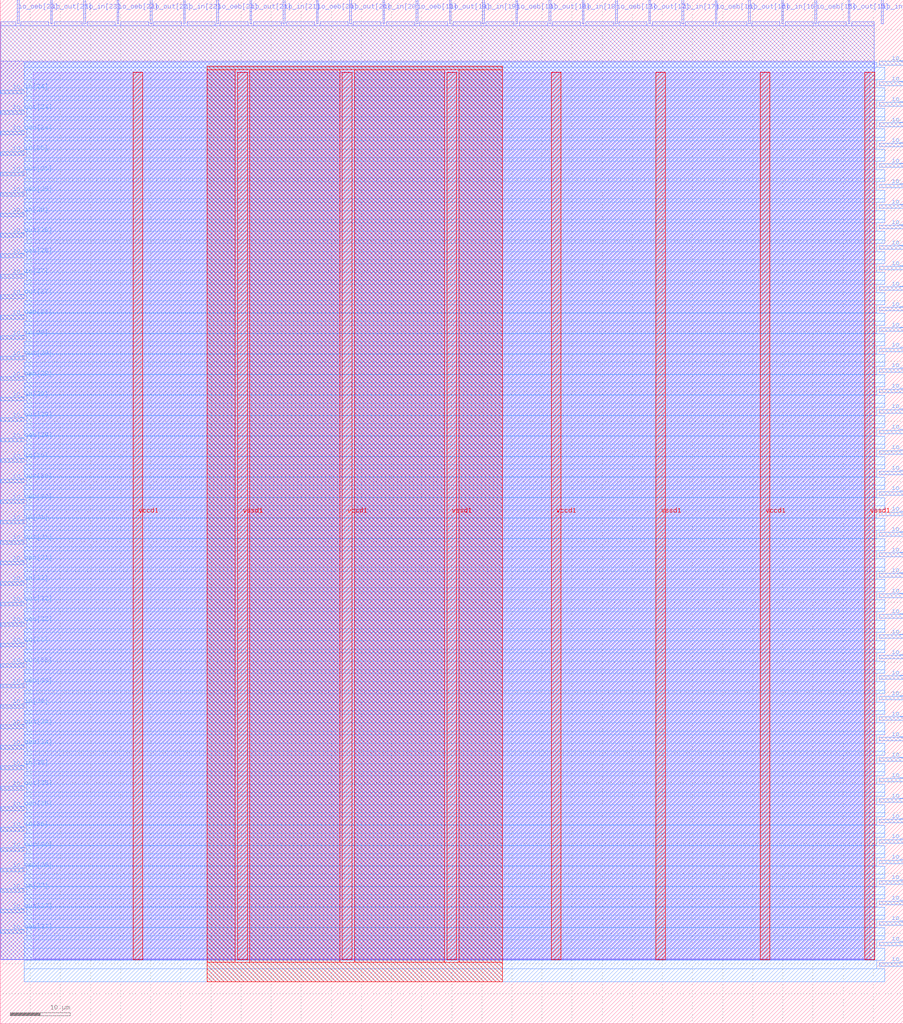
<source format=lef>
VERSION 5.7 ;
  NOWIREEXTENSIONATPIN ON ;
  DIVIDERCHAR "/" ;
  BUSBITCHARS "[]" ;
MACRO tiny_user_project
  CLASS BLOCK ;
  FOREIGN tiny_user_project ;
  ORIGIN 0.000 0.000 ;
  SIZE 150.000 BY 170.000 ;
  PIN io_in[0]
    DIRECTION INPUT ;
    USE SIGNAL ;
    PORT
      LAYER met3 ;
        RECT 146.000 9.560 150.000 10.160 ;
    END
  END io_in[0]
  PIN io_in[10]
    DIRECTION INPUT ;
    USE SIGNAL ;
    PORT
      LAYER met3 ;
        RECT 146.000 111.560 150.000 112.160 ;
    END
  END io_in[10]
  PIN io_in[11]
    DIRECTION INPUT ;
    USE SIGNAL ;
    PORT
      LAYER met3 ;
        RECT 146.000 121.760 150.000 122.360 ;
    END
  END io_in[11]
  PIN io_in[12]
    DIRECTION INPUT ;
    USE SIGNAL ;
    PORT
      LAYER met3 ;
        RECT 146.000 131.960 150.000 132.560 ;
    END
  END io_in[12]
  PIN io_in[13]
    DIRECTION INPUT ;
    USE SIGNAL ;
    PORT
      LAYER met3 ;
        RECT 146.000 142.160 150.000 142.760 ;
    END
  END io_in[13]
  PIN io_in[14]
    DIRECTION INPUT ;
    USE SIGNAL ;
    PORT
      LAYER met3 ;
        RECT 146.000 152.360 150.000 152.960 ;
    END
  END io_in[14]
  PIN io_in[15]
    DIRECTION INPUT ;
    USE SIGNAL ;
    PORT
      LAYER met2 ;
        RECT 146.370 166.000 146.650 170.000 ;
    END
  END io_in[15]
  PIN io_in[16]
    DIRECTION INPUT ;
    USE SIGNAL ;
    PORT
      LAYER met2 ;
        RECT 129.810 166.000 130.090 170.000 ;
    END
  END io_in[16]
  PIN io_in[17]
    DIRECTION INPUT ;
    USE SIGNAL ;
    PORT
      LAYER met2 ;
        RECT 113.250 166.000 113.530 170.000 ;
    END
  END io_in[17]
  PIN io_in[18]
    DIRECTION INPUT ;
    USE SIGNAL ;
    PORT
      LAYER met2 ;
        RECT 96.690 166.000 96.970 170.000 ;
    END
  END io_in[18]
  PIN io_in[19]
    DIRECTION INPUT ;
    USE SIGNAL ;
    PORT
      LAYER met2 ;
        RECT 80.130 166.000 80.410 170.000 ;
    END
  END io_in[19]
  PIN io_in[1]
    DIRECTION INPUT ;
    USE SIGNAL ;
    PORT
      LAYER met3 ;
        RECT 146.000 19.760 150.000 20.360 ;
    END
  END io_in[1]
  PIN io_in[20]
    DIRECTION INPUT ;
    USE SIGNAL ;
    PORT
      LAYER met2 ;
        RECT 63.570 166.000 63.850 170.000 ;
    END
  END io_in[20]
  PIN io_in[21]
    DIRECTION INPUT ;
    USE SIGNAL ;
    PORT
      LAYER met2 ;
        RECT 47.010 166.000 47.290 170.000 ;
    END
  END io_in[21]
  PIN io_in[22]
    DIRECTION INPUT ;
    USE SIGNAL ;
    PORT
      LAYER met2 ;
        RECT 30.450 166.000 30.730 170.000 ;
    END
  END io_in[22]
  PIN io_in[23]
    DIRECTION INPUT ;
    USE SIGNAL ;
    PORT
      LAYER met2 ;
        RECT 13.890 166.000 14.170 170.000 ;
    END
  END io_in[23]
  PIN io_in[24]
    DIRECTION INPUT ;
    USE SIGNAL ;
    PORT
      LAYER met3 ;
        RECT 0.000 154.400 4.000 155.000 ;
    END
  END io_in[24]
  PIN io_in[25]
    DIRECTION INPUT ;
    USE SIGNAL ;
    PORT
      LAYER met3 ;
        RECT 0.000 144.200 4.000 144.800 ;
    END
  END io_in[25]
  PIN io_in[26]
    DIRECTION INPUT ;
    USE SIGNAL ;
    PORT
      LAYER met3 ;
        RECT 0.000 134.000 4.000 134.600 ;
    END
  END io_in[26]
  PIN io_in[27]
    DIRECTION INPUT ;
    USE SIGNAL ;
    PORT
      LAYER met3 ;
        RECT 0.000 123.800 4.000 124.400 ;
    END
  END io_in[27]
  PIN io_in[28]
    DIRECTION INPUT ;
    USE SIGNAL ;
    PORT
      LAYER met3 ;
        RECT 0.000 113.600 4.000 114.200 ;
    END
  END io_in[28]
  PIN io_in[29]
    DIRECTION INPUT ;
    USE SIGNAL ;
    PORT
      LAYER met3 ;
        RECT 0.000 103.400 4.000 104.000 ;
    END
  END io_in[29]
  PIN io_in[2]
    DIRECTION INPUT ;
    USE SIGNAL ;
    PORT
      LAYER met3 ;
        RECT 146.000 29.960 150.000 30.560 ;
    END
  END io_in[2]
  PIN io_in[30]
    DIRECTION INPUT ;
    USE SIGNAL ;
    PORT
      LAYER met3 ;
        RECT 0.000 93.200 4.000 93.800 ;
    END
  END io_in[30]
  PIN io_in[31]
    DIRECTION INPUT ;
    USE SIGNAL ;
    PORT
      LAYER met3 ;
        RECT 0.000 83.000 4.000 83.600 ;
    END
  END io_in[31]
  PIN io_in[32]
    DIRECTION INPUT ;
    USE SIGNAL ;
    PORT
      LAYER met3 ;
        RECT 0.000 72.800 4.000 73.400 ;
    END
  END io_in[32]
  PIN io_in[33]
    DIRECTION INPUT ;
    USE SIGNAL ;
    PORT
      LAYER met3 ;
        RECT 0.000 62.600 4.000 63.200 ;
    END
  END io_in[33]
  PIN io_in[34]
    DIRECTION INPUT ;
    USE SIGNAL ;
    PORT
      LAYER met3 ;
        RECT 0.000 52.400 4.000 53.000 ;
    END
  END io_in[34]
  PIN io_in[35]
    DIRECTION INPUT ;
    USE SIGNAL ;
    PORT
      LAYER met3 ;
        RECT 0.000 42.200 4.000 42.800 ;
    END
  END io_in[35]
  PIN io_in[36]
    DIRECTION INPUT ;
    USE SIGNAL ;
    PORT
      LAYER met3 ;
        RECT 0.000 32.000 4.000 32.600 ;
    END
  END io_in[36]
  PIN io_in[37]
    DIRECTION INPUT ;
    USE SIGNAL ;
    PORT
      LAYER met3 ;
        RECT 0.000 21.800 4.000 22.400 ;
    END
  END io_in[37]
  PIN io_in[3]
    DIRECTION INPUT ;
    USE SIGNAL ;
    PORT
      LAYER met3 ;
        RECT 146.000 40.160 150.000 40.760 ;
    END
  END io_in[3]
  PIN io_in[4]
    DIRECTION INPUT ;
    USE SIGNAL ;
    PORT
      LAYER met3 ;
        RECT 146.000 50.360 150.000 50.960 ;
    END
  END io_in[4]
  PIN io_in[5]
    DIRECTION INPUT ;
    USE SIGNAL ;
    PORT
      LAYER met3 ;
        RECT 146.000 60.560 150.000 61.160 ;
    END
  END io_in[5]
  PIN io_in[6]
    DIRECTION INPUT ;
    USE SIGNAL ;
    PORT
      LAYER met3 ;
        RECT 146.000 70.760 150.000 71.360 ;
    END
  END io_in[6]
  PIN io_in[7]
    DIRECTION INPUT ;
    USE SIGNAL ;
    PORT
      LAYER met3 ;
        RECT 146.000 80.960 150.000 81.560 ;
    END
  END io_in[7]
  PIN io_in[8]
    DIRECTION INPUT ;
    USE SIGNAL ;
    PORT
      LAYER met3 ;
        RECT 146.000 91.160 150.000 91.760 ;
    END
  END io_in[8]
  PIN io_in[9]
    DIRECTION INPUT ;
    USE SIGNAL ;
    PORT
      LAYER met3 ;
        RECT 146.000 101.360 150.000 101.960 ;
    END
  END io_in[9]
  PIN io_oeb[0]
    DIRECTION OUTPUT TRISTATE ;
    USE SIGNAL ;
    PORT
      LAYER met3 ;
        RECT 146.000 16.360 150.000 16.960 ;
    END
  END io_oeb[0]
  PIN io_oeb[10]
    DIRECTION OUTPUT TRISTATE ;
    USE SIGNAL ;
    PORT
      LAYER met3 ;
        RECT 146.000 118.360 150.000 118.960 ;
    END
  END io_oeb[10]
  PIN io_oeb[11]
    DIRECTION OUTPUT TRISTATE ;
    USE SIGNAL ;
    PORT
      LAYER met3 ;
        RECT 146.000 128.560 150.000 129.160 ;
    END
  END io_oeb[11]
  PIN io_oeb[12]
    DIRECTION OUTPUT TRISTATE ;
    USE SIGNAL ;
    PORT
      LAYER met3 ;
        RECT 146.000 138.760 150.000 139.360 ;
    END
  END io_oeb[12]
  PIN io_oeb[13]
    DIRECTION OUTPUT TRISTATE ;
    USE SIGNAL ;
    PORT
      LAYER met3 ;
        RECT 146.000 148.960 150.000 149.560 ;
    END
  END io_oeb[13]
  PIN io_oeb[14]
    DIRECTION OUTPUT TRISTATE ;
    USE SIGNAL ;
    PORT
      LAYER met3 ;
        RECT 146.000 159.160 150.000 159.760 ;
    END
  END io_oeb[14]
  PIN io_oeb[15]
    DIRECTION OUTPUT TRISTATE ;
    USE SIGNAL ;
    PORT
      LAYER met2 ;
        RECT 135.330 166.000 135.610 170.000 ;
    END
  END io_oeb[15]
  PIN io_oeb[16]
    DIRECTION OUTPUT TRISTATE ;
    USE SIGNAL ;
    PORT
      LAYER met2 ;
        RECT 118.770 166.000 119.050 170.000 ;
    END
  END io_oeb[16]
  PIN io_oeb[17]
    DIRECTION OUTPUT TRISTATE ;
    USE SIGNAL ;
    PORT
      LAYER met2 ;
        RECT 102.210 166.000 102.490 170.000 ;
    END
  END io_oeb[17]
  PIN io_oeb[18]
    DIRECTION OUTPUT TRISTATE ;
    USE SIGNAL ;
    PORT
      LAYER met2 ;
        RECT 85.650 166.000 85.930 170.000 ;
    END
  END io_oeb[18]
  PIN io_oeb[19]
    DIRECTION OUTPUT TRISTATE ;
    USE SIGNAL ;
    PORT
      LAYER met2 ;
        RECT 69.090 166.000 69.370 170.000 ;
    END
  END io_oeb[19]
  PIN io_oeb[1]
    DIRECTION OUTPUT TRISTATE ;
    USE SIGNAL ;
    PORT
      LAYER met3 ;
        RECT 146.000 26.560 150.000 27.160 ;
    END
  END io_oeb[1]
  PIN io_oeb[20]
    DIRECTION OUTPUT TRISTATE ;
    USE SIGNAL ;
    PORT
      LAYER met2 ;
        RECT 52.530 166.000 52.810 170.000 ;
    END
  END io_oeb[20]
  PIN io_oeb[21]
    DIRECTION OUTPUT TRISTATE ;
    USE SIGNAL ;
    PORT
      LAYER met2 ;
        RECT 35.970 166.000 36.250 170.000 ;
    END
  END io_oeb[21]
  PIN io_oeb[22]
    DIRECTION OUTPUT TRISTATE ;
    USE SIGNAL ;
    PORT
      LAYER met2 ;
        RECT 19.410 166.000 19.690 170.000 ;
    END
  END io_oeb[22]
  PIN io_oeb[23]
    DIRECTION OUTPUT TRISTATE ;
    USE SIGNAL ;
    PORT
      LAYER met2 ;
        RECT 2.850 166.000 3.130 170.000 ;
    END
  END io_oeb[23]
  PIN io_oeb[24]
    DIRECTION OUTPUT TRISTATE ;
    USE SIGNAL ;
    PORT
      LAYER met3 ;
        RECT 0.000 147.600 4.000 148.200 ;
    END
  END io_oeb[24]
  PIN io_oeb[25]
    DIRECTION OUTPUT TRISTATE ;
    USE SIGNAL ;
    PORT
      LAYER met3 ;
        RECT 0.000 137.400 4.000 138.000 ;
    END
  END io_oeb[25]
  PIN io_oeb[26]
    DIRECTION OUTPUT TRISTATE ;
    USE SIGNAL ;
    PORT
      LAYER met3 ;
        RECT 0.000 127.200 4.000 127.800 ;
    END
  END io_oeb[26]
  PIN io_oeb[27]
    DIRECTION OUTPUT TRISTATE ;
    USE SIGNAL ;
    PORT
      LAYER met3 ;
        RECT 0.000 117.000 4.000 117.600 ;
    END
  END io_oeb[27]
  PIN io_oeb[28]
    DIRECTION OUTPUT TRISTATE ;
    USE SIGNAL ;
    PORT
      LAYER met3 ;
        RECT 0.000 106.800 4.000 107.400 ;
    END
  END io_oeb[28]
  PIN io_oeb[29]
    DIRECTION OUTPUT TRISTATE ;
    USE SIGNAL ;
    PORT
      LAYER met3 ;
        RECT 0.000 96.600 4.000 97.200 ;
    END
  END io_oeb[29]
  PIN io_oeb[2]
    DIRECTION OUTPUT TRISTATE ;
    USE SIGNAL ;
    PORT
      LAYER met3 ;
        RECT 146.000 36.760 150.000 37.360 ;
    END
  END io_oeb[2]
  PIN io_oeb[30]
    DIRECTION OUTPUT TRISTATE ;
    USE SIGNAL ;
    PORT
      LAYER met3 ;
        RECT 0.000 86.400 4.000 87.000 ;
    END
  END io_oeb[30]
  PIN io_oeb[31]
    DIRECTION OUTPUT TRISTATE ;
    USE SIGNAL ;
    PORT
      LAYER met3 ;
        RECT 0.000 76.200 4.000 76.800 ;
    END
  END io_oeb[31]
  PIN io_oeb[32]
    DIRECTION OUTPUT TRISTATE ;
    USE SIGNAL ;
    PORT
      LAYER met3 ;
        RECT 0.000 66.000 4.000 66.600 ;
    END
  END io_oeb[32]
  PIN io_oeb[33]
    DIRECTION OUTPUT TRISTATE ;
    USE SIGNAL ;
    PORT
      LAYER met3 ;
        RECT 0.000 55.800 4.000 56.400 ;
    END
  END io_oeb[33]
  PIN io_oeb[34]
    DIRECTION OUTPUT TRISTATE ;
    USE SIGNAL ;
    PORT
      LAYER met3 ;
        RECT 0.000 45.600 4.000 46.200 ;
    END
  END io_oeb[34]
  PIN io_oeb[35]
    DIRECTION OUTPUT TRISTATE ;
    USE SIGNAL ;
    PORT
      LAYER met3 ;
        RECT 0.000 35.400 4.000 36.000 ;
    END
  END io_oeb[35]
  PIN io_oeb[36]
    DIRECTION OUTPUT TRISTATE ;
    USE SIGNAL ;
    PORT
      LAYER met3 ;
        RECT 0.000 25.200 4.000 25.800 ;
    END
  END io_oeb[36]
  PIN io_oeb[37]
    DIRECTION OUTPUT TRISTATE ;
    USE SIGNAL ;
    PORT
      LAYER met3 ;
        RECT 0.000 15.000 4.000 15.600 ;
    END
  END io_oeb[37]
  PIN io_oeb[3]
    DIRECTION OUTPUT TRISTATE ;
    USE SIGNAL ;
    PORT
      LAYER met3 ;
        RECT 146.000 46.960 150.000 47.560 ;
    END
  END io_oeb[3]
  PIN io_oeb[4]
    DIRECTION OUTPUT TRISTATE ;
    USE SIGNAL ;
    PORT
      LAYER met3 ;
        RECT 146.000 57.160 150.000 57.760 ;
    END
  END io_oeb[4]
  PIN io_oeb[5]
    DIRECTION OUTPUT TRISTATE ;
    USE SIGNAL ;
    PORT
      LAYER met3 ;
        RECT 146.000 67.360 150.000 67.960 ;
    END
  END io_oeb[5]
  PIN io_oeb[6]
    DIRECTION OUTPUT TRISTATE ;
    USE SIGNAL ;
    PORT
      LAYER met3 ;
        RECT 146.000 77.560 150.000 78.160 ;
    END
  END io_oeb[6]
  PIN io_oeb[7]
    DIRECTION OUTPUT TRISTATE ;
    USE SIGNAL ;
    PORT
      LAYER met3 ;
        RECT 146.000 87.760 150.000 88.360 ;
    END
  END io_oeb[7]
  PIN io_oeb[8]
    DIRECTION OUTPUT TRISTATE ;
    USE SIGNAL ;
    PORT
      LAYER met3 ;
        RECT 146.000 97.960 150.000 98.560 ;
    END
  END io_oeb[8]
  PIN io_oeb[9]
    DIRECTION OUTPUT TRISTATE ;
    USE SIGNAL ;
    PORT
      LAYER met3 ;
        RECT 146.000 108.160 150.000 108.760 ;
    END
  END io_oeb[9]
  PIN io_out[0]
    DIRECTION OUTPUT TRISTATE ;
    USE SIGNAL ;
    PORT
      LAYER met3 ;
        RECT 146.000 12.960 150.000 13.560 ;
    END
  END io_out[0]
  PIN io_out[10]
    DIRECTION OUTPUT TRISTATE ;
    USE SIGNAL ;
    PORT
      LAYER met3 ;
        RECT 146.000 114.960 150.000 115.560 ;
    END
  END io_out[10]
  PIN io_out[11]
    DIRECTION OUTPUT TRISTATE ;
    USE SIGNAL ;
    PORT
      LAYER met3 ;
        RECT 146.000 125.160 150.000 125.760 ;
    END
  END io_out[11]
  PIN io_out[12]
    DIRECTION OUTPUT TRISTATE ;
    USE SIGNAL ;
    PORT
      LAYER met3 ;
        RECT 146.000 135.360 150.000 135.960 ;
    END
  END io_out[12]
  PIN io_out[13]
    DIRECTION OUTPUT TRISTATE ;
    USE SIGNAL ;
    PORT
      LAYER met3 ;
        RECT 146.000 145.560 150.000 146.160 ;
    END
  END io_out[13]
  PIN io_out[14]
    DIRECTION OUTPUT TRISTATE ;
    USE SIGNAL ;
    PORT
      LAYER met3 ;
        RECT 146.000 155.760 150.000 156.360 ;
    END
  END io_out[14]
  PIN io_out[15]
    DIRECTION OUTPUT TRISTATE ;
    USE SIGNAL ;
    PORT
      LAYER met2 ;
        RECT 140.850 166.000 141.130 170.000 ;
    END
  END io_out[15]
  PIN io_out[16]
    DIRECTION OUTPUT TRISTATE ;
    USE SIGNAL ;
    PORT
      LAYER met2 ;
        RECT 124.290 166.000 124.570 170.000 ;
    END
  END io_out[16]
  PIN io_out[17]
    DIRECTION OUTPUT TRISTATE ;
    USE SIGNAL ;
    PORT
      LAYER met2 ;
        RECT 107.730 166.000 108.010 170.000 ;
    END
  END io_out[17]
  PIN io_out[18]
    DIRECTION OUTPUT TRISTATE ;
    USE SIGNAL ;
    PORT
      LAYER met2 ;
        RECT 91.170 166.000 91.450 170.000 ;
    END
  END io_out[18]
  PIN io_out[19]
    DIRECTION OUTPUT TRISTATE ;
    USE SIGNAL ;
    PORT
      LAYER met2 ;
        RECT 74.610 166.000 74.890 170.000 ;
    END
  END io_out[19]
  PIN io_out[1]
    DIRECTION OUTPUT TRISTATE ;
    USE SIGNAL ;
    PORT
      LAYER met3 ;
        RECT 146.000 23.160 150.000 23.760 ;
    END
  END io_out[1]
  PIN io_out[20]
    DIRECTION OUTPUT TRISTATE ;
    USE SIGNAL ;
    PORT
      LAYER met2 ;
        RECT 58.050 166.000 58.330 170.000 ;
    END
  END io_out[20]
  PIN io_out[21]
    DIRECTION OUTPUT TRISTATE ;
    USE SIGNAL ;
    PORT
      LAYER met2 ;
        RECT 41.490 166.000 41.770 170.000 ;
    END
  END io_out[21]
  PIN io_out[22]
    DIRECTION OUTPUT TRISTATE ;
    USE SIGNAL ;
    PORT
      LAYER met2 ;
        RECT 24.930 166.000 25.210 170.000 ;
    END
  END io_out[22]
  PIN io_out[23]
    DIRECTION OUTPUT TRISTATE ;
    USE SIGNAL ;
    PORT
      LAYER met2 ;
        RECT 8.370 166.000 8.650 170.000 ;
    END
  END io_out[23]
  PIN io_out[24]
    DIRECTION OUTPUT TRISTATE ;
    USE SIGNAL ;
    PORT
      LAYER met3 ;
        RECT 0.000 151.000 4.000 151.600 ;
    END
  END io_out[24]
  PIN io_out[25]
    DIRECTION OUTPUT TRISTATE ;
    USE SIGNAL ;
    PORT
      LAYER met3 ;
        RECT 0.000 140.800 4.000 141.400 ;
    END
  END io_out[25]
  PIN io_out[26]
    DIRECTION OUTPUT TRISTATE ;
    USE SIGNAL ;
    PORT
      LAYER met3 ;
        RECT 0.000 130.600 4.000 131.200 ;
    END
  END io_out[26]
  PIN io_out[27]
    DIRECTION OUTPUT TRISTATE ;
    USE SIGNAL ;
    PORT
      LAYER met3 ;
        RECT 0.000 120.400 4.000 121.000 ;
    END
  END io_out[27]
  PIN io_out[28]
    DIRECTION OUTPUT TRISTATE ;
    USE SIGNAL ;
    PORT
      LAYER met3 ;
        RECT 0.000 110.200 4.000 110.800 ;
    END
  END io_out[28]
  PIN io_out[29]
    DIRECTION OUTPUT TRISTATE ;
    USE SIGNAL ;
    PORT
      LAYER met3 ;
        RECT 0.000 100.000 4.000 100.600 ;
    END
  END io_out[29]
  PIN io_out[2]
    DIRECTION OUTPUT TRISTATE ;
    USE SIGNAL ;
    PORT
      LAYER met3 ;
        RECT 146.000 33.360 150.000 33.960 ;
    END
  END io_out[2]
  PIN io_out[30]
    DIRECTION OUTPUT TRISTATE ;
    USE SIGNAL ;
    PORT
      LAYER met3 ;
        RECT 0.000 89.800 4.000 90.400 ;
    END
  END io_out[30]
  PIN io_out[31]
    DIRECTION OUTPUT TRISTATE ;
    USE SIGNAL ;
    PORT
      LAYER met3 ;
        RECT 0.000 79.600 4.000 80.200 ;
    END
  END io_out[31]
  PIN io_out[32]
    DIRECTION OUTPUT TRISTATE ;
    USE SIGNAL ;
    PORT
      LAYER met3 ;
        RECT 0.000 69.400 4.000 70.000 ;
    END
  END io_out[32]
  PIN io_out[33]
    DIRECTION OUTPUT TRISTATE ;
    USE SIGNAL ;
    PORT
      LAYER met3 ;
        RECT 0.000 59.200 4.000 59.800 ;
    END
  END io_out[33]
  PIN io_out[34]
    DIRECTION OUTPUT TRISTATE ;
    USE SIGNAL ;
    PORT
      LAYER met3 ;
        RECT 0.000 49.000 4.000 49.600 ;
    END
  END io_out[34]
  PIN io_out[35]
    DIRECTION OUTPUT TRISTATE ;
    USE SIGNAL ;
    PORT
      LAYER met3 ;
        RECT 0.000 38.800 4.000 39.400 ;
    END
  END io_out[35]
  PIN io_out[36]
    DIRECTION OUTPUT TRISTATE ;
    USE SIGNAL ;
    PORT
      LAYER met3 ;
        RECT 0.000 28.600 4.000 29.200 ;
    END
  END io_out[36]
  PIN io_out[37]
    DIRECTION OUTPUT TRISTATE ;
    USE SIGNAL ;
    PORT
      LAYER met3 ;
        RECT 0.000 18.400 4.000 19.000 ;
    END
  END io_out[37]
  PIN io_out[3]
    DIRECTION OUTPUT TRISTATE ;
    USE SIGNAL ;
    PORT
      LAYER met3 ;
        RECT 146.000 43.560 150.000 44.160 ;
    END
  END io_out[3]
  PIN io_out[4]
    DIRECTION OUTPUT TRISTATE ;
    USE SIGNAL ;
    PORT
      LAYER met3 ;
        RECT 146.000 53.760 150.000 54.360 ;
    END
  END io_out[4]
  PIN io_out[5]
    DIRECTION OUTPUT TRISTATE ;
    USE SIGNAL ;
    PORT
      LAYER met3 ;
        RECT 146.000 63.960 150.000 64.560 ;
    END
  END io_out[5]
  PIN io_out[6]
    DIRECTION OUTPUT TRISTATE ;
    USE SIGNAL ;
    PORT
      LAYER met3 ;
        RECT 146.000 74.160 150.000 74.760 ;
    END
  END io_out[6]
  PIN io_out[7]
    DIRECTION OUTPUT TRISTATE ;
    USE SIGNAL ;
    PORT
      LAYER met3 ;
        RECT 146.000 84.360 150.000 84.960 ;
    END
  END io_out[7]
  PIN io_out[8]
    DIRECTION OUTPUT TRISTATE ;
    USE SIGNAL ;
    PORT
      LAYER met3 ;
        RECT 146.000 94.560 150.000 95.160 ;
    END
  END io_out[8]
  PIN io_out[9]
    DIRECTION OUTPUT TRISTATE ;
    USE SIGNAL ;
    PORT
      LAYER met3 ;
        RECT 146.000 104.760 150.000 105.360 ;
    END
  END io_out[9]
  PIN vccd1
    DIRECTION INOUT ;
    USE POWER ;
    PORT
      LAYER met4 ;
        RECT 22.085 10.640 23.685 158.000 ;
    END
    PORT
      LAYER met4 ;
        RECT 56.815 10.640 58.415 158.000 ;
    END
    PORT
      LAYER met4 ;
        RECT 91.545 10.640 93.145 158.000 ;
    END
    PORT
      LAYER met4 ;
        RECT 126.275 10.640 127.875 158.000 ;
    END
  END vccd1
  PIN vssd1
    DIRECTION INOUT ;
    USE GROUND ;
    PORT
      LAYER met4 ;
        RECT 39.450 10.640 41.050 158.000 ;
    END
    PORT
      LAYER met4 ;
        RECT 74.180 10.640 75.780 158.000 ;
    END
    PORT
      LAYER met4 ;
        RECT 108.910 10.640 110.510 158.000 ;
    END
    PORT
      LAYER met4 ;
        RECT 143.640 10.640 145.240 158.000 ;
    END
  END vssd1
  OBS
      LAYER li1 ;
        RECT 5.520 10.795 144.440 157.845 ;
      LAYER met1 ;
        RECT 0.070 10.640 145.240 159.760 ;
      LAYER met2 ;
        RECT 0.100 165.720 2.570 166.330 ;
        RECT 3.410 165.720 8.090 166.330 ;
        RECT 8.930 165.720 13.610 166.330 ;
        RECT 14.450 165.720 19.130 166.330 ;
        RECT 19.970 165.720 24.650 166.330 ;
        RECT 25.490 165.720 30.170 166.330 ;
        RECT 31.010 165.720 35.690 166.330 ;
        RECT 36.530 165.720 41.210 166.330 ;
        RECT 42.050 165.720 46.730 166.330 ;
        RECT 47.570 165.720 52.250 166.330 ;
        RECT 53.090 165.720 57.770 166.330 ;
        RECT 58.610 165.720 63.290 166.330 ;
        RECT 64.130 165.720 68.810 166.330 ;
        RECT 69.650 165.720 74.330 166.330 ;
        RECT 75.170 165.720 79.850 166.330 ;
        RECT 80.690 165.720 85.370 166.330 ;
        RECT 86.210 165.720 90.890 166.330 ;
        RECT 91.730 165.720 96.410 166.330 ;
        RECT 97.250 165.720 101.930 166.330 ;
        RECT 102.770 165.720 107.450 166.330 ;
        RECT 108.290 165.720 112.970 166.330 ;
        RECT 113.810 165.720 118.490 166.330 ;
        RECT 119.330 165.720 124.010 166.330 ;
        RECT 124.850 165.720 129.530 166.330 ;
        RECT 130.370 165.720 135.050 166.330 ;
        RECT 135.890 165.720 140.570 166.330 ;
        RECT 141.410 165.720 145.210 166.330 ;
        RECT 0.100 10.695 145.210 165.720 ;
      LAYER met3 ;
        RECT 4.000 158.760 145.600 159.625 ;
        RECT 4.000 156.760 146.890 158.760 ;
        RECT 4.000 155.400 145.600 156.760 ;
        RECT 4.400 155.360 145.600 155.400 ;
        RECT 4.400 154.000 146.890 155.360 ;
        RECT 4.000 153.360 146.890 154.000 ;
        RECT 4.000 152.000 145.600 153.360 ;
        RECT 4.400 151.960 145.600 152.000 ;
        RECT 4.400 150.600 146.890 151.960 ;
        RECT 4.000 149.960 146.890 150.600 ;
        RECT 4.000 148.600 145.600 149.960 ;
        RECT 4.400 148.560 145.600 148.600 ;
        RECT 4.400 147.200 146.890 148.560 ;
        RECT 4.000 146.560 146.890 147.200 ;
        RECT 4.000 145.200 145.600 146.560 ;
        RECT 4.400 145.160 145.600 145.200 ;
        RECT 4.400 143.800 146.890 145.160 ;
        RECT 4.000 143.160 146.890 143.800 ;
        RECT 4.000 141.800 145.600 143.160 ;
        RECT 4.400 141.760 145.600 141.800 ;
        RECT 4.400 140.400 146.890 141.760 ;
        RECT 4.000 139.760 146.890 140.400 ;
        RECT 4.000 138.400 145.600 139.760 ;
        RECT 4.400 138.360 145.600 138.400 ;
        RECT 4.400 137.000 146.890 138.360 ;
        RECT 4.000 136.360 146.890 137.000 ;
        RECT 4.000 135.000 145.600 136.360 ;
        RECT 4.400 134.960 145.600 135.000 ;
        RECT 4.400 133.600 146.890 134.960 ;
        RECT 4.000 132.960 146.890 133.600 ;
        RECT 4.000 131.600 145.600 132.960 ;
        RECT 4.400 131.560 145.600 131.600 ;
        RECT 4.400 130.200 146.890 131.560 ;
        RECT 4.000 129.560 146.890 130.200 ;
        RECT 4.000 128.200 145.600 129.560 ;
        RECT 4.400 128.160 145.600 128.200 ;
        RECT 4.400 126.800 146.890 128.160 ;
        RECT 4.000 126.160 146.890 126.800 ;
        RECT 4.000 124.800 145.600 126.160 ;
        RECT 4.400 124.760 145.600 124.800 ;
        RECT 4.400 123.400 146.890 124.760 ;
        RECT 4.000 122.760 146.890 123.400 ;
        RECT 4.000 121.400 145.600 122.760 ;
        RECT 4.400 121.360 145.600 121.400 ;
        RECT 4.400 120.000 146.890 121.360 ;
        RECT 4.000 119.360 146.890 120.000 ;
        RECT 4.000 118.000 145.600 119.360 ;
        RECT 4.400 117.960 145.600 118.000 ;
        RECT 4.400 116.600 146.890 117.960 ;
        RECT 4.000 115.960 146.890 116.600 ;
        RECT 4.000 114.600 145.600 115.960 ;
        RECT 4.400 114.560 145.600 114.600 ;
        RECT 4.400 113.200 146.890 114.560 ;
        RECT 4.000 112.560 146.890 113.200 ;
        RECT 4.000 111.200 145.600 112.560 ;
        RECT 4.400 111.160 145.600 111.200 ;
        RECT 4.400 109.800 146.890 111.160 ;
        RECT 4.000 109.160 146.890 109.800 ;
        RECT 4.000 107.800 145.600 109.160 ;
        RECT 4.400 107.760 145.600 107.800 ;
        RECT 4.400 106.400 146.890 107.760 ;
        RECT 4.000 105.760 146.890 106.400 ;
        RECT 4.000 104.400 145.600 105.760 ;
        RECT 4.400 104.360 145.600 104.400 ;
        RECT 4.400 103.000 146.890 104.360 ;
        RECT 4.000 102.360 146.890 103.000 ;
        RECT 4.000 101.000 145.600 102.360 ;
        RECT 4.400 100.960 145.600 101.000 ;
        RECT 4.400 99.600 146.890 100.960 ;
        RECT 4.000 98.960 146.890 99.600 ;
        RECT 4.000 97.600 145.600 98.960 ;
        RECT 4.400 97.560 145.600 97.600 ;
        RECT 4.400 96.200 146.890 97.560 ;
        RECT 4.000 95.560 146.890 96.200 ;
        RECT 4.000 94.200 145.600 95.560 ;
        RECT 4.400 94.160 145.600 94.200 ;
        RECT 4.400 92.800 146.890 94.160 ;
        RECT 4.000 92.160 146.890 92.800 ;
        RECT 4.000 90.800 145.600 92.160 ;
        RECT 4.400 90.760 145.600 90.800 ;
        RECT 4.400 89.400 146.890 90.760 ;
        RECT 4.000 88.760 146.890 89.400 ;
        RECT 4.000 87.400 145.600 88.760 ;
        RECT 4.400 87.360 145.600 87.400 ;
        RECT 4.400 86.000 146.890 87.360 ;
        RECT 4.000 85.360 146.890 86.000 ;
        RECT 4.000 84.000 145.600 85.360 ;
        RECT 4.400 83.960 145.600 84.000 ;
        RECT 4.400 82.600 146.890 83.960 ;
        RECT 4.000 81.960 146.890 82.600 ;
        RECT 4.000 80.600 145.600 81.960 ;
        RECT 4.400 80.560 145.600 80.600 ;
        RECT 4.400 79.200 146.890 80.560 ;
        RECT 4.000 78.560 146.890 79.200 ;
        RECT 4.000 77.200 145.600 78.560 ;
        RECT 4.400 77.160 145.600 77.200 ;
        RECT 4.400 75.800 146.890 77.160 ;
        RECT 4.000 75.160 146.890 75.800 ;
        RECT 4.000 73.800 145.600 75.160 ;
        RECT 4.400 73.760 145.600 73.800 ;
        RECT 4.400 72.400 146.890 73.760 ;
        RECT 4.000 71.760 146.890 72.400 ;
        RECT 4.000 70.400 145.600 71.760 ;
        RECT 4.400 70.360 145.600 70.400 ;
        RECT 4.400 69.000 146.890 70.360 ;
        RECT 4.000 68.360 146.890 69.000 ;
        RECT 4.000 67.000 145.600 68.360 ;
        RECT 4.400 66.960 145.600 67.000 ;
        RECT 4.400 65.600 146.890 66.960 ;
        RECT 4.000 64.960 146.890 65.600 ;
        RECT 4.000 63.600 145.600 64.960 ;
        RECT 4.400 63.560 145.600 63.600 ;
        RECT 4.400 62.200 146.890 63.560 ;
        RECT 4.000 61.560 146.890 62.200 ;
        RECT 4.000 60.200 145.600 61.560 ;
        RECT 4.400 60.160 145.600 60.200 ;
        RECT 4.400 58.800 146.890 60.160 ;
        RECT 4.000 58.160 146.890 58.800 ;
        RECT 4.000 56.800 145.600 58.160 ;
        RECT 4.400 56.760 145.600 56.800 ;
        RECT 4.400 55.400 146.890 56.760 ;
        RECT 4.000 54.760 146.890 55.400 ;
        RECT 4.000 53.400 145.600 54.760 ;
        RECT 4.400 53.360 145.600 53.400 ;
        RECT 4.400 52.000 146.890 53.360 ;
        RECT 4.000 51.360 146.890 52.000 ;
        RECT 4.000 50.000 145.600 51.360 ;
        RECT 4.400 49.960 145.600 50.000 ;
        RECT 4.400 48.600 146.890 49.960 ;
        RECT 4.000 47.960 146.890 48.600 ;
        RECT 4.000 46.600 145.600 47.960 ;
        RECT 4.400 46.560 145.600 46.600 ;
        RECT 4.400 45.200 146.890 46.560 ;
        RECT 4.000 44.560 146.890 45.200 ;
        RECT 4.000 43.200 145.600 44.560 ;
        RECT 4.400 43.160 145.600 43.200 ;
        RECT 4.400 41.800 146.890 43.160 ;
        RECT 4.000 41.160 146.890 41.800 ;
        RECT 4.000 39.800 145.600 41.160 ;
        RECT 4.400 39.760 145.600 39.800 ;
        RECT 4.400 38.400 146.890 39.760 ;
        RECT 4.000 37.760 146.890 38.400 ;
        RECT 4.000 36.400 145.600 37.760 ;
        RECT 4.400 36.360 145.600 36.400 ;
        RECT 4.400 35.000 146.890 36.360 ;
        RECT 4.000 34.360 146.890 35.000 ;
        RECT 4.000 33.000 145.600 34.360 ;
        RECT 4.400 32.960 145.600 33.000 ;
        RECT 4.400 31.600 146.890 32.960 ;
        RECT 4.000 30.960 146.890 31.600 ;
        RECT 4.000 29.600 145.600 30.960 ;
        RECT 4.400 29.560 145.600 29.600 ;
        RECT 4.400 28.200 146.890 29.560 ;
        RECT 4.000 27.560 146.890 28.200 ;
        RECT 4.000 26.200 145.600 27.560 ;
        RECT 4.400 26.160 145.600 26.200 ;
        RECT 4.400 24.800 146.890 26.160 ;
        RECT 4.000 24.160 146.890 24.800 ;
        RECT 4.000 22.800 145.600 24.160 ;
        RECT 4.400 22.760 145.600 22.800 ;
        RECT 4.400 21.400 146.890 22.760 ;
        RECT 4.000 20.760 146.890 21.400 ;
        RECT 4.000 19.400 145.600 20.760 ;
        RECT 4.400 19.360 145.600 19.400 ;
        RECT 4.400 18.000 146.890 19.360 ;
        RECT 4.000 17.360 146.890 18.000 ;
        RECT 4.000 16.000 145.600 17.360 ;
        RECT 4.400 15.960 145.600 16.000 ;
        RECT 4.400 14.600 146.890 15.960 ;
        RECT 4.000 13.960 146.890 14.600 ;
        RECT 4.000 12.560 145.600 13.960 ;
        RECT 4.000 10.560 146.890 12.560 ;
        RECT 4.000 9.160 145.600 10.560 ;
        RECT 4.000 6.980 146.890 9.160 ;
      LAYER met4 ;
        RECT 34.335 158.400 83.425 158.945 ;
        RECT 34.335 10.240 39.050 158.400 ;
        RECT 41.450 10.240 56.415 158.400 ;
        RECT 58.815 10.240 73.780 158.400 ;
        RECT 76.180 10.240 83.425 158.400 ;
        RECT 34.335 6.975 83.425 10.240 ;
  END
END tiny_user_project
END LIBRARY


</source>
